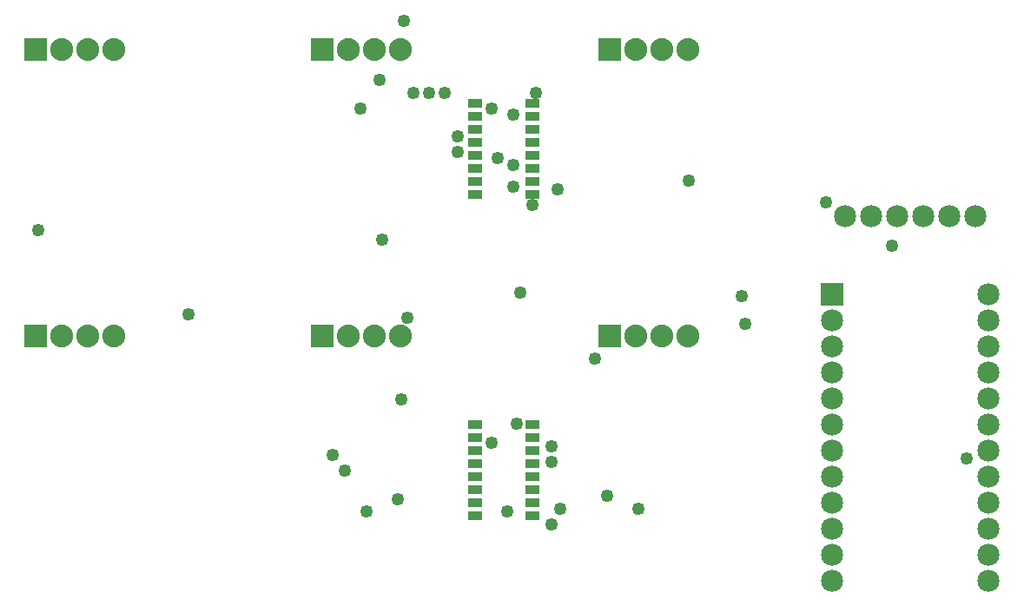
<source format=gbs>
G04 MADE WITH FRITZING*
G04 WWW.FRITZING.ORG*
G04 DOUBLE SIDED*
G04 HOLES PLATED*
G04 CONTOUR ON CENTER OF CONTOUR VECTOR*
%ASAXBY*%
%FSLAX23Y23*%
%MOIN*%
%OFA0B0*%
%SFA1.0B1.0*%
%ADD10C,0.049370*%
%ADD11C,0.085000*%
%ADD12C,0.088028*%
%ADD13C,0.088000*%
%ADD14R,0.087986X0.087944*%
%ADD15R,0.057244X0.033622*%
%ADD16R,0.085000X0.085000*%
%LNMASK0*%
G90*
G70*
G54D10*
X1890Y1143D03*
X1734Y399D03*
X2214Y663D03*
X2442Y351D03*
X2610Y987D03*
X474Y1479D03*
X2442Y591D03*
X2442Y651D03*
X2214Y1947D03*
X2298Y1731D03*
X2298Y1923D03*
X2370Y1575D03*
X3498Y1587D03*
X2478Y411D03*
X2382Y2007D03*
X2298Y1647D03*
X2274Y399D03*
X1854Y447D03*
X2310Y735D03*
X2658Y459D03*
X1650Y555D03*
X1794Y1443D03*
X2778Y411D03*
X1050Y1155D03*
X2466Y1635D03*
X2322Y1239D03*
X1602Y615D03*
X1866Y831D03*
X2238Y1755D03*
X2034Y2007D03*
X1974Y2007D03*
X2082Y1839D03*
X2082Y1779D03*
X1914Y2007D03*
X4038Y603D03*
X3750Y1419D03*
X3186Y1119D03*
X2970Y1671D03*
X3174Y1227D03*
X1710Y1947D03*
X1782Y2055D03*
X1878Y2283D03*
G54D11*
X3670Y1534D03*
X3770Y1534D03*
X3870Y1534D03*
X3970Y1534D03*
X4070Y1534D03*
X3570Y1534D03*
X3670Y1534D03*
X3770Y1534D03*
X3870Y1534D03*
X3970Y1534D03*
X4070Y1534D03*
X3570Y1534D03*
G54D12*
X2965Y2174D03*
G54D13*
X2865Y2174D03*
X2765Y2174D03*
X2665Y2174D03*
G54D12*
X1864Y2174D03*
G54D13*
X1764Y2174D03*
X1664Y2174D03*
X1564Y2174D03*
G54D12*
X764Y2174D03*
G54D13*
X664Y2174D03*
X564Y2174D03*
X464Y2174D03*
G54D12*
X764Y1074D03*
G54D13*
X664Y1074D03*
X564Y1074D03*
X464Y1074D03*
G54D12*
X1864Y1074D03*
G54D13*
X1764Y1074D03*
X1664Y1074D03*
X1564Y1074D03*
G54D12*
X2965Y1074D03*
G54D13*
X2865Y1074D03*
X2765Y1074D03*
X2665Y1074D03*
G54D11*
X3521Y1234D03*
X4121Y1234D03*
X3521Y1134D03*
X4121Y1134D03*
X3521Y1034D03*
X4121Y1034D03*
X3521Y934D03*
X4121Y934D03*
X3521Y834D03*
X4121Y834D03*
X3521Y734D03*
X4121Y734D03*
X3521Y634D03*
X4121Y634D03*
X3521Y534D03*
X4121Y534D03*
X3521Y434D03*
X4121Y434D03*
X3521Y334D03*
X4121Y334D03*
X3521Y234D03*
X4121Y234D03*
X3521Y134D03*
X4121Y134D03*
G54D14*
X2665Y2174D03*
X1564Y2174D03*
X464Y2174D03*
X464Y1074D03*
X1564Y1074D03*
X2665Y1074D03*
G54D15*
X2150Y1616D03*
X2150Y1666D03*
X2150Y1716D03*
X2150Y1766D03*
X2150Y1816D03*
X2150Y1866D03*
X2150Y1916D03*
X2150Y1966D03*
X2371Y1966D03*
X2371Y1916D03*
X2371Y1866D03*
X2371Y1816D03*
X2371Y1766D03*
X2371Y1716D03*
X2371Y1666D03*
X2371Y1616D03*
X2150Y383D03*
X2150Y433D03*
X2150Y483D03*
X2150Y533D03*
X2150Y583D03*
X2150Y633D03*
X2150Y683D03*
X2150Y733D03*
X2371Y733D03*
X2371Y683D03*
X2371Y633D03*
X2371Y583D03*
X2371Y533D03*
X2371Y483D03*
X2371Y433D03*
X2371Y383D03*
G54D16*
X3521Y1234D03*
G04 End of Mask0*
M02*
</source>
